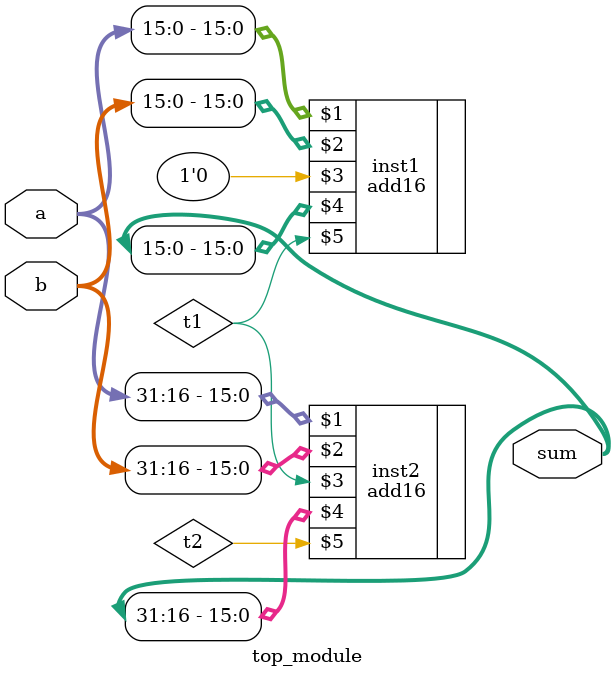
<source format=v>
module top_module(
    input [31:0] a,
    input [31:0] b,
    output [31:0] sum
);  
    wire t1, t2;
    add16 inst1 (a[15:0], b[15:0], 1'b0, sum[15:0], t1);
    add16 inst2 (a[31:16], b[31:16], t1, sum[31:16], t2);

endmodule

</source>
